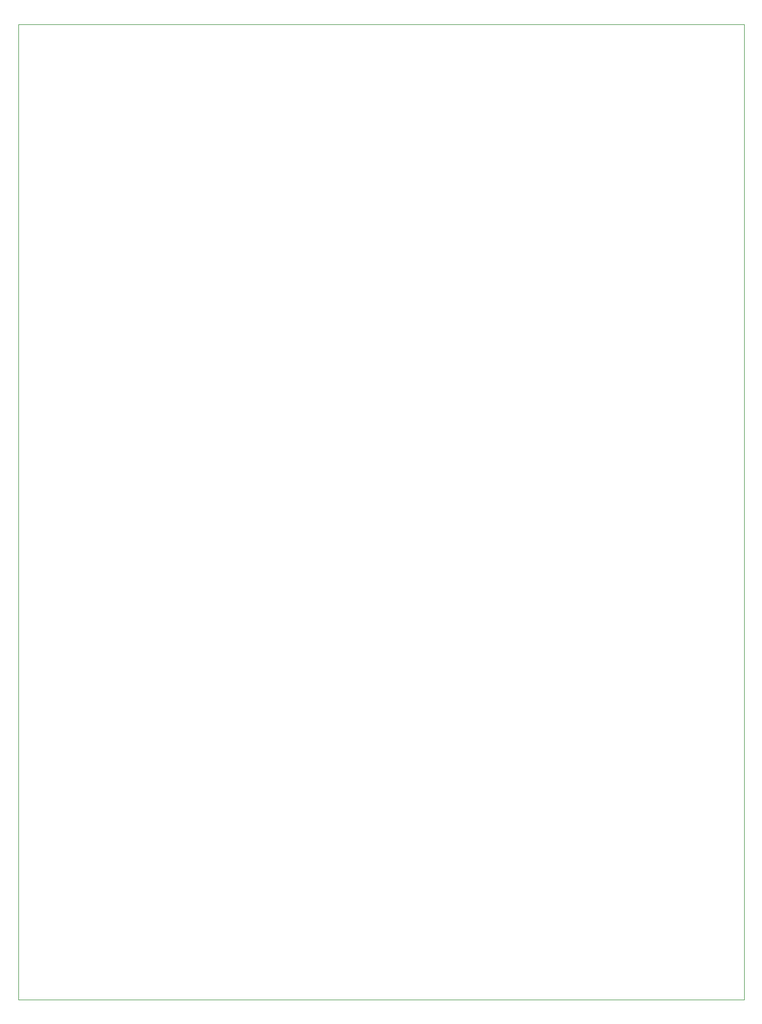
<source format=gbr>
%TF.GenerationSoftware,KiCad,Pcbnew,9.0.0*%
%TF.CreationDate,2025-06-15T12:12:57-04:00*%
%TF.ProjectId,classab-amp,636c6173-7361-4622-9d61-6d702e6b6963,rev?*%
%TF.SameCoordinates,Original*%
%TF.FileFunction,Profile,NP*%
%FSLAX46Y46*%
G04 Gerber Fmt 4.6, Leading zero omitted, Abs format (unit mm)*
G04 Created by KiCad (PCBNEW 9.0.0) date 2025-06-15 12:12:57*
%MOMM*%
%LPD*%
G01*
G04 APERTURE LIST*
%TA.AperFunction,Profile*%
%ADD10C,0.050000*%
%TD*%
G04 APERTURE END LIST*
D10*
X92329000Y6477000D02*
X205867000Y6477000D01*
X205867000Y-146050000D01*
X92329000Y-146050000D01*
X92329000Y6477000D01*
M02*

</source>
